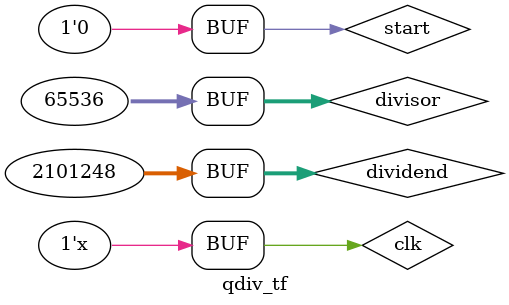
<source format=v>
`timescale 1ns / 1ps


module qdiv_tf;

	// Inputs
	reg [31:0] dividend;
	reg [31:0] divisor;
	reg start;
	reg clk;

	// Outputs
	wire [31:0] quotient;

	// Instantiate the Unit Under Test (UUT)
	//module  Params  Name  Signals
	qdiv #(15,32)	uut (dividend, divisor, start, clk, quotient);

	initial begin
		// Initialize Inputs
		dividend[31] = 0;
		dividend[30:15] = 64;
		dividend[14:0] = 4096;//1048576;//4096;
		
		divisor[31] = 0;
		divisor[30:15] = 2;
		divisor[14:0] = 0;
		start = 1;
		clk = 0;

		// Wait 100 ns for global reset to finish
		#100;
        
		// Add stimulus here
		start = 0;
	end

	always
	begin
		#5 clk = ~clk;
	end
      
endmodule


</source>
